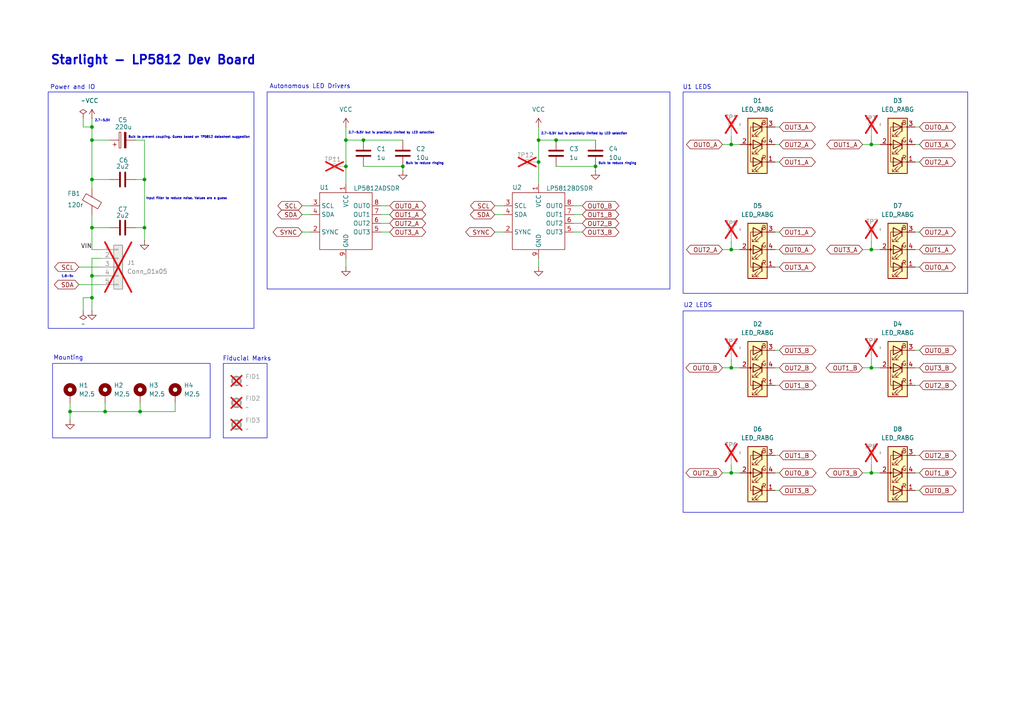
<source format=kicad_sch>
(kicad_sch (version 20231120) (generator "eeschema") (generator_version "8.0")
  (paper "A4")
  (title_block (title "Starlight - LP5812 Dev Board") (date "2024-03-19") (rev "1.0"))
  (lib_symbols
    (symbol "Connector:TestPoint" (pin_numbers hide) (pin_names (offset 0.762) hide)
      (property "Reference" "TP" (at 0 6.858 0))
      (property "Value" "TestPoint" (at 0 5.08 0))
      (symbol "TestPoint_0_1"
        (circle (center 0 3.302) (radius 0.762))
      )
      (symbol "TestPoint_1_1"
        (pin passive line (at 0 0 90) (length 2.54) (name "1") (number "1"))
      )
    )
    (symbol "Connector_Generic:Conn_01x05" (pin_names (offset 1.016) hide)
      (property "Reference" "J" (at 0 7.62 0))
      (property "Value" "Conn_01x05" (at 0 -7.62 0))
      (symbol "Conn_01x05_1_1"
        (rectangle (start -1.27 -4.953) (end 0 -5.207) (stroke (width 0.1524)))
        (rectangle (start -1.27 -2.413) (end 0 -2.667) (stroke (width 0.1524)))
        (rectangle (start -1.27 0.127) (end 0 -0.127) (stroke (width 0.1524)))
        (rectangle (start -1.27 2.667) (end 0 2.413) (stroke (width 0.1524)))
        (rectangle (start -1.27 5.207) (end 0 4.953) (stroke (width 0.1524)))
        (rectangle (start -1.27 6.35) (end 1.27 -6.35) (stroke (width 0.254)) (fill (type background)))
        (pin passive line (at -5.08 5.08 0) (length 3.81) (name "Pin_1") (number "1"))
        (pin passive line (at -5.08 2.54 0) (length 3.81) (name "Pin_2") (number "2"))
        (pin passive line (at -5.08 0 0) (length 3.81) (name "Pin_3") (number "3"))
        (pin passive line (at -5.08 -2.54 0) (length 3.81) (name "Pin_4") (number "4"))
        (pin passive line (at -5.08 -5.08 0) (length 3.81) (name "Pin_5") (number "5"))
      )
    )
    (symbol "Device:C" (pin_numbers hide) (pin_names (offset 0.254))
      (property "Reference" "C" (at 0.635 2.54 0))
      (property "Value" "C" (at 0.635 -2.54 0))
      (symbol "C_0_1"
        (polyline (pts (xy -2.032 -0.762) (xy 2.032 -0.762)) (stroke (width 0.508)))
        (polyline (pts (xy -2.032 0.762) (xy 2.032 0.762)) (stroke (width 0.508)))
      )
      (symbol "C_1_1"
        (pin passive line (at 0 3.81 270) (length 2.794) (name "~") (number "1"))
        (pin passive line (at 0 -3.81 90) (length 2.794) (name "~") (number "2"))
      )
    )
    (symbol "Device:C_Polarized" (pin_numbers hide) (pin_names (offset 0.254))
      (property "Reference" "C" (at 0.635 2.54 0))
      (property "Value" "C_Polarized" (at 0.635 -2.54 0))
      (symbol "C_Polarized_0_1"
        (rectangle (start -2.286 0.508) (end 2.286 1.016))
        (polyline (pts (xy -1.778 2.286) (xy -0.762 2.286)))
        (polyline (pts (xy -1.27 2.794) (xy -1.27 1.778)))
        (rectangle (start 2.286 -0.508) (end -2.286 -1.016) (fill (type outline)))
      )
      (symbol "C_Polarized_1_1"
        (pin passive line (at 0 3.81 270) (length 2.794) (name "~") (number "1"))
        (pin passive line (at 0 -3.81 90) (length 2.794) (name "~") (number "2"))
      )
    )
    (symbol "Device:FerriteBead" (pin_numbers hide) (pin_names (offset 0))
      (property "Reference" "FB" (at -3.81 0.635 90))
      (property "Value" "FerriteBead" (at 3.81 0 90))
      (symbol "FerriteBead_0_1"
        (polyline (pts (xy 0 -1.27) (xy 0 -1.2192)))
        (polyline (pts (xy 0 1.27) (xy 0 1.2954)))
        (polyline (pts (xy -2.7686 0.4064) (xy -1.7018 2.2606) (xy 2.7686 -0.3048) (xy 1.6764 -2.159) (xy -2.7686 0.4064)))
      )
      (symbol "FerriteBead_1_1"
        (pin passive line (at 0 3.81 270) (length 2.54) (name "~") (number "1"))
        (pin passive line (at 0 -3.81 90) (length 2.54) (name "~") (number "2"))
      )
    )
    (symbol "Device:LED_RABG" (pin_names (offset 0) hide)
      (property "Reference" "D" (at 0 9.398 0))
      (property "Value" "LED_RABG" (at 0 -8.89 0))
      (symbol "LED_RABG_0_0"
        (text "B" (at -1.905 -6.35 0) (effects (font (size 1.27 1.27))))
        (text "G" (at -1.905 -1.27 0) (effects (font (size 1.27 1.27))))
        (text "R" (at -1.905 3.81 0) (effects (font (size 1.27 1.27))))
      )
      (symbol "LED_RABG_0_1"
        (polyline (pts (xy -1.27 -5.08) (xy -2.54 -5.08)))
        (polyline (pts (xy -1.27 -5.08) (xy 1.27 -5.08)))
        (polyline (pts (xy -1.27 -3.81) (xy -1.27 -6.35)) (stroke (width 0.254)))
        (polyline (pts (xy -1.27 0) (xy -2.54 0)))
        (polyline (pts (xy -1.27 1.27) (xy -1.27 -1.27)) (stroke (width 0.254)))
        (polyline (pts (xy -1.27 5.08) (xy -2.54 5.08)))
        (polyline (pts (xy -1.27 5.08) (xy 1.27 5.08)))
        (polyline (pts (xy -1.27 6.35) (xy -1.27 3.81)) (stroke (width 0.254)))
        (polyline (pts (xy 1.27 0) (xy -1.27 0)))
        (polyline (pts (xy 1.27 0) (xy 2.54 0)))
        (polyline (pts (xy -1.27 1.27) (xy -1.27 -1.27) (xy -1.27 -1.27)))
        (polyline (pts (xy -1.27 6.35) (xy -1.27 3.81) (xy -1.27 3.81)))
        (polyline (pts (xy 1.27 -5.08) (xy 2.032 -5.08) (xy 2.032 5.08) (xy 1.27 5.08)))
        (polyline (pts (xy 1.27 -3.81) (xy 1.27 -6.35) (xy -1.27 -5.08) (xy 1.27 -3.81)) (stroke (width 0.254)))
        (polyline (pts (xy 1.27 1.27) (xy 1.27 -1.27) (xy -1.27 0) (xy 1.27 1.27)) (stroke (width 0.254)))
        (polyline (pts (xy 1.27 6.35) (xy 1.27 3.81) (xy -1.27 5.08) (xy 1.27 6.35)) (stroke (width 0.254)))
        (polyline (pts (xy -1.016 -3.81) (xy 0.508 -2.286) (xy -0.254 -2.286) (xy 0.508 -2.286) (xy 0.508 -3.048)))
        (polyline (pts (xy -1.016 1.27) (xy 0.508 2.794) (xy -0.254 2.794) (xy 0.508 2.794) (xy 0.508 2.032)))
        (polyline (pts (xy -1.016 6.35) (xy 0.508 7.874) (xy -0.254 7.874) (xy 0.508 7.874) (xy 0.508 7.112)))
        (polyline (pts (xy 0 -3.81) (xy 1.524 -2.286) (xy 0.762 -2.286) (xy 1.524 -2.286) (xy 1.524 -3.048)))
        (polyline (pts (xy 0 1.27) (xy 1.524 2.794) (xy 0.762 2.794) (xy 1.524 2.794) (xy 1.524 2.032)))
        (polyline (pts (xy 0 6.35) (xy 1.524 7.874) (xy 0.762 7.874) (xy 1.524 7.874) (xy 1.524 7.112)))
        (rectangle (start 1.27 -1.27) (end 1.27 1.27))
        (rectangle (start 1.27 1.27) (end 1.27 1.27))
        (rectangle (start 1.27 3.81) (end 1.27 6.35))
        (rectangle (start 1.27 6.35) (end 1.27 6.35))
        (circle (center 2.032 0) (radius 0.254) (fill (type outline)))
        (rectangle (start 2.794 8.382) (end -2.794 -7.62) (stroke (width 0.254)) (fill (type background)))
      )
      (symbol "LED_RABG_1_1"
        (pin passive line (at -5.08 5.08 0) (length 2.54) (name "RK") (number "1"))
        (pin passive line (at 5.08 0 180) (length 2.54) (name "A") (number "2"))
        (pin passive line (at -5.08 -5.08 0) (length 2.54) (name "BK") (number "3"))
        (pin passive line (at -5.08 0 0) (length 2.54) (name "GK") (number "4"))
      )
    )
    (symbol "LP5812:LP5812"
      (property "Reference" "U" (at 0.508 1.27 0))
      (symbol "LP5812_0_1"
        (rectangle (start 0 0) (end 15.24 -16.51))
      )
      (symbol "LP5812_1_1"
        (pin power_in line (at 7.62 2.54 270) (length 2.54) (name "VCC") (number "1"))
        (pin bidirectional line (at -2.54 -11.43 0) (length 2.54) (name "SYNC") (number "2"))
        (pin bidirectional line (at -2.54 -3.81 0) (length 2.54) (name "SCL") (number "3"))
        (pin bidirectional line (at -2.54 -6.35 0) (length 2.54) (name "SDA") (number "4"))
        (pin bidirectional line (at 17.78 -11.43 180) (length 2.54) (name "OUT3") (number "5"))
        (pin bidirectional line (at 17.78 -8.89 180) (length 2.54) (name "OUT2") (number "6"))
        (pin bidirectional line (at 17.78 -6.35 180) (length 2.54) (name "OUT1") (number "7"))
        (pin bidirectional line (at 17.78 -3.81 180) (length 2.54) (name "OUT0") (number "8"))
        (pin power_in line (at 7.62 -19.05 90) (length 2.54) (name "GND") (number "9"))
      )
    )
    (symbol "Mechanical:Fiducial" (exclude_from_sim yes) (in_bom no)
      (property "Reference" "FID" (at 0 5.08 0))
      (property "Value" "Fiducial" (at 0 3.175 0))
      (symbol "Fiducial_0_1"
        (circle (center 0 0) (radius 1.27) (stroke (width 0.508)) (fill (type background)))
      )
    )
    (symbol "Mechanical:MountingHole_Pad" (pin_numbers hide) (pin_names (offset 1.016) hide) (exclude_from_sim yes) (in_bom no)
      (property "Reference" "H" (at 0 6.35 0))
      (property "Value" "MountingHole_Pad" (at 0 4.445 0))
      (symbol "MountingHole_Pad_0_1"
        (circle (center 0 1.27) (radius 1.27) (stroke (width 1.27)))
      )
      (symbol "MountingHole_Pad_1_1"
        (pin input line (at 0 -2.54 90) (length 2.54) (name "1") (number "1"))
      )
    )
    (symbol "power:GND" (power) (pin_numbers hide) (pin_names (offset 0) hide)
      (property "Value" "GND" (at 0 -3.81 0))
      (symbol "GND_0_1"
        (polyline (pts (xy 0 0) (xy 0 -1.27) (xy 1.27 -1.27) (xy 0 -2.54) (xy -1.27 -1.27) (xy 0 -1.27)))
      )
      (symbol "GND_1_1"
        (pin power_in line (at 0 0 270) (length 0) (name "~") (number "1"))
      )
    )
    (symbol "power:PWR_FLAG" (power) (pin_numbers hide) (pin_names (offset 0) hide)
      (property "Value" "PWR_FLAG" (at 0 3.81 0))
      (symbol "PWR_FLAG_0_0"
        (pin power_out line (at 0 0 90) (length 0) (name "~") (number "1"))
      )
      (symbol "PWR_FLAG_0_1"
        (polyline (pts (xy 0 0) (xy 0 1.27) (xy -1.016 1.905) (xy 0 2.54) (xy 1.016 1.905) (xy 0 1.27)))
      )
    )
    (symbol "power:VCC" (power) (pin_numbers hide) (pin_names (offset 0) hide)
      (property "Value" "VCC" (at 0 3.556 0))
      (symbol "VCC_0_1"
        (polyline (pts (xy -0.762 1.27) (xy 0 2.54)))
        (polyline (pts (xy 0 0) (xy 0 2.54)))
        (polyline (pts (xy 0 2.54) (xy 0.762 1.27)))
      )
      (symbol "VCC_1_1"
        (pin power_in line (at 0 0 90) (length 0) (name "~") (number "1"))
      )
    )
  )
  (junction (at 252.73 137.16))
  (junction (at 252.73 41.91))
  (junction (at 26.67 36.83))
  (junction (at 41.91 52.07))
  (junction (at 41.91 66.04))
  (junction (at 100.33 48.26))
  (junction (at 252.73 106.68))
  (junction (at 156.21 40.64))
  (junction (at 40.64 119.38))
  (junction (at 116.84 48.26))
  (junction (at 212.09 41.91))
  (junction (at 105.41 40.64))
  (junction (at 156.21 46.99))
  (junction (at 161.29 40.64))
  (junction (at 26.67 66.04))
  (junction (at 212.09 72.39))
  (junction (at 30.48 119.38))
  (junction (at 100.33 40.64))
  (junction (at 172.72 48.26))
  (junction (at 26.67 40.64))
  (junction (at 26.67 52.07))
  (junction (at 26.67 86.36))
  (junction (at 20.32 119.38))
  (junction (at 252.73 72.39))
  (junction (at 26.67 80.01))
  (junction (at 212.09 106.68))
  (junction (at 212.09 137.16))
  (wire (pts (xy 87.63 62.23) (xy 90.17 62.23)))
  (wire (pts (xy 24.13 86.36) (xy 26.67 86.36)))
  (wire (pts (xy 252.73 137.16) (xy 250.19 137.16)))
  (wire (pts (xy 250.19 72.39) (xy 252.73 72.39)))
  (wire (pts (xy 209.55 106.68) (xy 212.09 106.68)))
  (wire (pts (xy 26.67 86.36) (xy 26.67 90.17)))
  (wire (pts (xy 209.55 72.39) (xy 212.09 72.39)))
  (wire (pts (xy 224.79 41.91) (xy 226.06 41.91)))
  (wire (pts (xy 252.73 137.16) (xy 252.73 134.62)))
  (wire (pts (xy 41.91 52.07) (xy 41.91 66.04)))
  (wire (pts (xy 250.19 41.91) (xy 252.73 41.91)))
  (wire (pts (xy 224.79 67.31) (xy 226.06 67.31)))
  (wire (pts (xy 172.72 48.26) (xy 172.72 49.53)))
  (wire (pts (xy 224.79 106.68) (xy 226.06 106.68)))
  (wire (pts (xy 20.32 116.84) (xy 20.32 119.38)))
  (wire (pts (xy 224.79 111.76) (xy 226.06 111.76)))
  (wire (pts (xy 100.33 36.83) (xy 100.33 40.64)))
  (wire (pts (xy 252.73 137.16) (xy 255.27 137.16)))
  (wire (pts (xy 156.21 74.93) (xy 156.21 77.47)))
  (wire (pts (xy 265.43 36.83) (xy 266.7 36.83)))
  (wire (pts (xy 110.49 64.77) (xy 113.03 64.77)))
  (wire (pts (xy 26.67 40.64) (xy 31.75 40.64)))
  (wire (pts (xy 212.09 72.39) (xy 214.63 72.39)))
  (wire (pts (xy 265.43 142.24) (xy 266.7 142.24)))
  (wire (pts (xy 110.49 62.23) (xy 113.03 62.23)))
  (wire (pts (xy 265.43 137.16) (xy 266.7 137.16)))
  (wire (pts (xy 100.33 53.34) (xy 100.33 48.26)))
  (wire (pts (xy 265.43 72.39) (xy 266.7 72.39)))
  (wire (pts (xy 224.79 77.47) (xy 226.06 77.47)))
  (wire (pts (xy 143.51 67.31) (xy 146.05 67.31)))
  (wire (pts (xy 212.09 41.91) (xy 214.63 41.91)))
  (wire (pts (xy 20.32 119.38) (xy 20.32 121.92)))
  (wire (pts (xy 26.67 62.23) (xy 26.67 66.04)))
  (wire (pts (xy 26.67 34.29) (xy 26.67 36.83)))
  (wire (pts (xy 224.79 72.39) (xy 226.06 72.39)))
  (wire (pts (xy 166.37 64.77) (xy 168.91 64.77)))
  (wire (pts (xy 265.43 46.99) (xy 266.7 46.99)))
  (wire (pts (xy 265.43 67.31) (xy 266.7 67.31)))
  (wire (pts (xy 265.43 77.47) (xy 266.7 77.47)))
  (wire (pts (xy 156.21 36.83) (xy 156.21 40.64)))
  (wire (pts (xy 22.86 77.47) (xy 29.21 77.47)))
  (wire (pts (xy 212.09 106.68) (xy 212.09 104.14)))
  (wire (pts (xy 26.67 72.39) (xy 29.21 72.39)))
  (wire (pts (xy 224.79 36.83) (xy 226.06 36.83)))
  (wire (pts (xy 50.8 116.84) (xy 50.8 119.38)))
  (wire (pts (xy 224.79 137.16) (xy 226.06 137.16)))
  (wire (pts (xy 30.48 119.38) (xy 20.32 119.38)))
  (wire (pts (xy 212.09 137.16) (xy 212.09 134.62)))
  (wire (pts (xy 26.67 80.01) (xy 26.67 86.36)))
  (wire (pts (xy 22.86 82.55) (xy 29.21 82.55)))
  (wire (pts (xy 41.91 66.04) (xy 41.91 69.85)))
  (wire (pts (xy 26.67 66.04) (xy 26.67 72.39)))
  (wire (pts (xy 100.33 40.64) (xy 105.41 40.64)))
  (wire (pts (xy 105.41 48.26) (xy 116.84 48.26)))
  (wire (pts (xy 29.21 80.01) (xy 26.67 80.01)))
  (wire (pts (xy 156.21 46.99) (xy 156.21 40.64)))
  (wire (pts (xy 26.67 40.64) (xy 26.67 52.07)))
  (wire (pts (xy 110.49 67.31) (xy 113.03 67.31)))
  (wire (pts (xy 209.55 41.91) (xy 212.09 41.91)))
  (wire (pts (xy 29.21 74.93) (xy 26.67 74.93)))
  (wire (pts (xy 24.13 34.29) (xy 24.13 36.83)))
  (wire (pts (xy 265.43 101.6) (xy 266.7 101.6)))
  (wire (pts (xy 209.55 137.16) (xy 212.09 137.16)))
  (wire (pts (xy 39.37 40.64) (xy 41.91 40.64)))
  (wire (pts (xy 87.63 59.69) (xy 90.17 59.69)))
  (wire (pts (xy 110.49 59.69) (xy 113.03 59.69)))
  (wire (pts (xy 24.13 86.36) (xy 24.13 90.17)))
  (wire (pts (xy 26.67 52.07) (xy 31.75 52.07)))
  (wire (pts (xy 212.09 137.16) (xy 214.63 137.16)))
  (wire (pts (xy 265.43 41.91) (xy 266.7 41.91)))
  (wire (pts (xy 265.43 132.08) (xy 266.7 132.08)))
  (wire (pts (xy 143.51 62.23) (xy 146.05 62.23)))
  (wire (pts (xy 212.09 72.39) (xy 212.09 69.85)))
  (wire (pts (xy 161.29 40.64) (xy 172.72 40.64)))
  (wire (pts (xy 252.73 72.39) (xy 255.27 72.39)))
  (wire (pts (xy 39.37 66.04) (xy 41.91 66.04)))
  (wire (pts (xy 41.91 40.64) (xy 41.91 52.07)))
  (wire (pts (xy 143.51 59.69) (xy 146.05 59.69)))
  (wire (pts (xy 100.33 74.93) (xy 100.33 77.47)))
  (wire (pts (xy 166.37 67.31) (xy 168.91 67.31)))
  (wire (pts (xy 40.64 119.38) (xy 30.48 119.38)))
  (wire (pts (xy 40.64 116.84) (xy 40.64 119.38)))
  (wire (pts (xy 224.79 132.08) (xy 226.06 132.08)))
  (wire (pts (xy 24.13 36.83) (xy 26.67 36.83)))
  (wire (pts (xy 252.73 106.68) (xy 255.27 106.68)))
  (wire (pts (xy 39.37 52.07) (xy 41.91 52.07)))
  (wire (pts (xy 105.41 40.64) (xy 116.84 40.64)))
  (wire (pts (xy 252.73 41.91) (xy 255.27 41.91)))
  (wire (pts (xy 26.67 36.83) (xy 26.67 40.64)))
  (wire (pts (xy 26.67 66.04) (xy 31.75 66.04)))
  (wire (pts (xy 212.09 39.37) (xy 212.09 41.91)))
  (wire (pts (xy 212.09 106.68) (xy 214.63 106.68)))
  (wire (pts (xy 224.79 101.6) (xy 226.06 101.6)))
  (wire (pts (xy 252.73 41.91) (xy 252.73 39.37)))
  (wire (pts (xy 166.37 59.69) (xy 168.91 59.69)))
  (wire (pts (xy 224.79 46.99) (xy 226.06 46.99)))
  (wire (pts (xy 156.21 53.34) (xy 156.21 46.99)))
  (wire (pts (xy 250.19 106.68) (xy 252.73 106.68)))
  (wire (pts (xy 116.84 48.26) (xy 116.84 49.53)))
  (wire (pts (xy 100.33 48.26) (xy 100.33 40.64)))
  (wire (pts (xy 166.37 62.23) (xy 168.91 62.23)))
  (wire (pts (xy 252.73 69.85) (xy 252.73 72.39)))
  (wire (pts (xy 224.79 142.24) (xy 226.06 142.24)))
  (wire (pts (xy 161.29 48.26) (xy 172.72 48.26)))
  (wire (pts (xy 252.73 106.68) (xy 252.73 104.14)))
  (wire (pts (xy 30.48 116.84) (xy 30.48 119.38)))
  (wire (pts (xy 50.8 119.38) (xy 40.64 119.38)))
  (wire (pts (xy 87.63 67.31) (xy 90.17 67.31)))
  (wire (pts (xy 26.67 52.07) (xy 26.67 54.61)))
  (wire (pts (xy 265.43 106.68) (xy 266.7 106.68)))
  (wire (pts (xy 156.21 40.64) (xy 161.29 40.64)))
  (wire (pts (xy 26.67 74.93) (xy 26.67 80.01)))
  (wire (pts (xy 265.43 111.76) (xy 266.7 111.76)))
  (rectangle (start 77.47 26.67) (end 194.31 83.82))
  (rectangle (start 15.24 105.41) (end 60.96 127))
  (rectangle (start 198.12 26.67) (end 280.67 85.09))
  (rectangle (start 13.97 26.67) (end 73.66 95.25))
  (rectangle (start 198.12 90.17) (end 279.4 148.59))
  (rectangle (start 64.77 105.41) (end 77.47 127))
  (text "Bulk to reduce ringing" (at 179.07 47.498 0) (effects (font (size 0.635 0.635))))
  (text "Input filter to reduce noise. Values are a guess" (at 54.102 57.658 0) (effects (font (size 0.635 0.635))))
  (text "Bulk to prevent coupling. Guess based on TP5812 datasheet suggestion" (at 54.864 39.878 0) (effects (font (size 0.635 0.635))))
  (text "1.8-5v" (at 19.558 80.264 0) (effects (font (size 0.635 0.635))))
  (text "Bulk to reduce ringing" (at 123.19 47.498 0) (effects (font (size 0.635 0.635))))
  (text "Starlight - LP5812 Dev Board" (at 44.45 17.526 0) (effects (font (size 2.54 2.54) (bold yes))))
  (text "Fiducial Marks" (at 71.628 104.14 0) (effects (font (size 1.27 1.27))))
  (text "2.7-5.5V" (at 29.718 35.052 0) (effects (font (size 0.635 0.635))))
  (text "U2 LEDS" (at 202.438 88.646 0) (effects (font (size 1.27 1.27))))
  (text "Autonomous LED Drivers" (at 89.916 25.146 0) (effects (font (size 1.27 1.27))))
  (text "Mounting" (at 19.812 103.886 0) (effects (font (size 1.27 1.27))))
  (text "Power and IO" (at 21.082 25.4 0) (effects (font (size 1.27 1.27))))
  (text "2.7-5.5V but is practially limited by LED selection" (at 113.538 38.608 0) (effects (font (size 0.635 0.635))))
  (text "U1 LEDS" (at 202.184 25.4 0) (effects (font (size 1.27 1.27))))
  (text "2.7-5.5V but is practially limited by LED selection" (at 169.418 38.862 0) (effects (font (size 0.635 0.635))))
  (label "VIN" (at 26.67 72.39 180))
  (global_label "OUT2_B" (shape bidirectional) (at 266.7 111.76 0) (property "Intersheetrefs" "${INTERSHEET_REFS}" (effects (hide yes))))
  (global_label "OUT1_B" (shape bidirectional) (at 266.7 137.16 0) (property "Intersheetrefs" "${INTERSHEET_REFS}" (effects (hide yes))))
  (global_label "OUT1_A" (shape bidirectional) (at 226.06 67.31 0) (property "Intersheetrefs" "${INTERSHEET_REFS}" (effects (hide yes))))
  (global_label "SCL" (shape bidirectional) (at 22.86 77.47 180) (property "Intersheetrefs" "${INTERSHEET_REFS}" (effects (hide yes))))
  (global_label "OUT3_B" (shape bidirectional) (at 226.06 101.6 0) (property "Intersheetrefs" "${INTERSHEET_REFS}" (effects (hide yes))))
  (global_label "OUT3_A" (shape bidirectional) (at 226.06 77.47 0) (property "Intersheetrefs" "${INTERSHEET_REFS}" (effects (hide yes))))
  (global_label "SCL" (shape bidirectional) (at 87.63 59.69 180) (property "Intersheetrefs" "${INTERSHEET_REFS}" (effects (hide yes))))
  (global_label "OUT0_B" (shape bidirectional) (at 226.06 137.16 0) (property "Intersheetrefs" "${INTERSHEET_REFS}" (effects (hide yes))))
  (global_label "OUT2_A" (shape bidirectional) (at 266.7 46.99 0) (property "Intersheetrefs" "${INTERSHEET_REFS}" (effects (hide yes))))
  (global_label "OUT2_B" (shape bidirectional) (at 266.7 132.08 0) (property "Intersheetrefs" "${INTERSHEET_REFS}" (effects (hide yes))))
  (global_label "OUT0_A" (shape bidirectional) (at 113.03 59.69 0) (property "Intersheetrefs" "${INTERSHEET_REFS}" (effects (hide yes))))
  (global_label "OUT3_A" (shape bidirectional) (at 226.06 36.83 0) (property "Intersheetrefs" "${INTERSHEET_REFS}" (effects (hide yes))))
  (global_label "OUT0_B" (shape bidirectional) (at 266.7 142.24 0) (property "Intersheetrefs" "${INTERSHEET_REFS}" (effects (hide yes))))
  (global_label "OUT3_B" (shape bidirectional) (at 226.06 142.24 0) (property "Intersheetrefs" "${INTERSHEET_REFS}" (effects (hide yes))))
  (global_label "OUT3_A" (shape bidirectional) (at 113.03 67.31 0) (property "Intersheetrefs" "${INTERSHEET_REFS}" (effects (hide yes))))
  (global_label "OUT2_B" (shape bidirectional) (at 168.91 64.77 0) (property "Intersheetrefs" "${INTERSHEET_REFS}" (effects (hide yes))))
  (global_label "OUT1_A" (shape bidirectional) (at 113.03 62.23 0) (property "Intersheetrefs" "${INTERSHEET_REFS}" (effects (hide yes))))
  (global_label "OUT1_A" (shape bidirectional) (at 250.19 41.91 180) (property "Intersheetrefs" "${INTERSHEET_REFS}" (effects (hide yes))))
  (global_label "OUT0_B" (shape bidirectional) (at 209.55 106.68 180) (property "Intersheetrefs" "${INTERSHEET_REFS}" (effects (hide yes))))
  (global_label "OUT0_A" (shape bidirectional) (at 226.06 72.39 0) (property "Intersheetrefs" "${INTERSHEET_REFS}" (effects (hide yes))))
  (global_label "OUT0_A" (shape bidirectional) (at 266.7 77.47 0) (property "Intersheetrefs" "${INTERSHEET_REFS}" (effects (hide yes))))
  (global_label "SDA" (shape bidirectional) (at 143.51 62.23 180) (property "Intersheetrefs" "${INTERSHEET_REFS}" (effects (hide yes))))
  (global_label "SCL" (shape bidirectional) (at 143.51 59.69 180) (property "Intersheetrefs" "${INTERSHEET_REFS}" (effects (hide yes))))
  (global_label "OUT1_A" (shape bidirectional) (at 226.06 46.99 0) (property "Intersheetrefs" "${INTERSHEET_REFS}" (effects (hide yes))))
  (global_label "OUT2_A" (shape bidirectional) (at 266.7 67.31 0) (property "Intersheetrefs" "${INTERSHEET_REFS}" (effects (hide yes))))
  (global_label "SYNC" (shape bidirectional) (at 87.63 67.31 180) (property "Intersheetrefs" "${INTERSHEET_REFS}" (effects (hide yes))))
  (global_label "OUT0_B" (shape bidirectional) (at 168.91 59.69 0) (property "Intersheetrefs" "${INTERSHEET_REFS}" (effects (hide yes))))
  (global_label "OUT3_B" (shape bidirectional) (at 266.7 106.68 0) (property "Intersheetrefs" "${INTERSHEET_REFS}" (effects (hide yes))))
  (global_label "SDA" (shape bidirectional) (at 87.63 62.23 180) (property "Intersheetrefs" "${INTERSHEET_REFS}" (effects (hide yes))))
  (global_label "OUT1_B" (shape bidirectional) (at 168.91 62.23 0) (property "Intersheetrefs" "${INTERSHEET_REFS}" (effects (hide yes))))
  (global_label "OUT3_B" (shape bidirectional) (at 250.19 137.16 180) (property "Intersheetrefs" "${INTERSHEET_REFS}" (effects (hide yes))))
  (global_label "OUT1_B" (shape bidirectional) (at 250.19 106.68 180) (property "Intersheetrefs" "${INTERSHEET_REFS}" (effects (hide yes))))
  (global_label "OUT3_A" (shape bidirectional) (at 266.7 41.91 0) (property "Intersheetrefs" "${INTERSHEET_REFS}" (effects (hide yes))))
  (global_label "SDA" (shape bidirectional) (at 22.86 82.55 180) (property "Intersheetrefs" "${INTERSHEET_REFS}" (effects (hide yes))))
  (global_label "OUT2_B" (shape bidirectional) (at 209.55 137.16 180) (property "Intersheetrefs" "${INTERSHEET_REFS}" (effects (hide yes))))
  (global_label "OUT2_A" (shape bidirectional) (at 113.03 64.77 0) (property "Intersheetrefs" "${INTERSHEET_REFS}" (effects (hide yes))))
  (global_label "OUT0_B" (shape bidirectional) (at 266.7 101.6 0) (property "Intersheetrefs" "${INTERSHEET_REFS}" (effects (hide yes))))
  (global_label "OUT0_A" (shape bidirectional) (at 209.55 41.91 180) (property "Intersheetrefs" "${INTERSHEET_REFS}" (effects (hide yes))))
  (global_label "OUT2_A" (shape bidirectional) (at 226.06 41.91 0) (property "Intersheetrefs" "${INTERSHEET_REFS}" (effects (hide yes))))
  (global_label "OUT2_A" (shape bidirectional) (at 209.55 72.39 180) (property "Intersheetrefs" "${INTERSHEET_REFS}" (effects (hide yes))))
  (global_label "OUT3_A" (shape bidirectional) (at 250.19 72.39 180) (property "Intersheetrefs" "${INTERSHEET_REFS}" (effects (hide yes))))
  (global_label "OUT2_B" (shape bidirectional) (at 226.06 106.68 0) (property "Intersheetrefs" "${INTERSHEET_REFS}" (effects (hide yes))))
  (global_label "OUT3_B" (shape bidirectional) (at 168.91 67.31 0) (property "Intersheetrefs" "${INTERSHEET_REFS}" (effects (hide yes))))
  (global_label "SYNC" (shape bidirectional) (at 143.51 67.31 180) (property "Intersheetrefs" "${INTERSHEET_REFS}" (effects (hide yes))))
  (global_label "OUT1_A" (shape bidirectional) (at 266.7 72.39 0) (property "Intersheetrefs" "${INTERSHEET_REFS}" (effects (hide yes))))
  (global_label "OUT0_A" (shape bidirectional) (at 266.7 36.83 0) (property "Intersheetrefs" "${INTERSHEET_REFS}" (effects (hide yes))))
  (global_label "OUT1_B" (shape bidirectional) (at 226.06 111.76 0) (property "Intersheetrefs" "${INTERSHEET_REFS}" (effects (hide yes))))
  (global_label "OUT1_B" (shape bidirectional) (at 226.06 132.08 0) (property "Intersheetrefs" "${INTERSHEET_REFS}" (effects (hide yes))))
  (symbol (lib_id "power:VCC") (at 26.67 34.29 0) (unit 1)
    (property "Reference" "#PWR07" (effects (hide yes)))
    (property "Value" "VCC" (at 26.67 29.21 0))
    (property "Description" "Power symbol creates a global label with name \"VCC\"" (effects (hide yes)))
  )
  (symbol (lib_id "Connector:TestPoint") (at 252.73 134.62 0) (unit 1) (dnp yes)
    (property "Reference" "TP8" (at 252.476 129.54 0))
    (property "Value" "~" (at 255.27 131.318 90))
    (property "Footprint" "TestPoint:TestPoint_Pad_D1.5mm" (effects (hide yes)))
    (property "Description" "test point" (effects (hide yes)))
  )
  (symbol (lib_id "Device:LED_RABG") (at 260.35 72.39 180) (unit 1)
    (property "Reference" "D7" (at 260.35 59.69 0))
    (property "Value" "LED_RABG" (at 260.35 62.23 0))
    (property "Footprint" "CLVBA-FKA-CAEDH8BBB7A363:CLVBAFKACAEDH8BBB7A363" (effects (hide yes)))
    (property "Datasheet" "https://www.mouser.com/datasheet/2/723/CLVBAFKA-2511032.pdf" (effects (hide yes)))
    (property "Description" "RGB LED, red/anode/blue/green" (effects (hide yes)))
    (property "Mouser Price/Stock" "https://www.mouser.com/ProductDetail/Cree-LED/CLVBA-FKA-CAEDH8BBB7a363?qs=3AcK5DacLboXYkg4biCgSA%3D%3D" (effects (hide yes)))
  )
  (symbol (lib_id "Device:C") (at 172.72 44.45 0) (unit 1)
    (property "Reference" "C4" (at 176.53 43.1799 0) (effects (justify left)))
    (property "Value" "10u" (at 176.53 45.7199 0) (effects (justify left)))
    (property "Footprint" "Capacitor_SMD:C_0805_2012Metric" (effects (hide yes)))
    (property "Datasheet" "https://www.mouser.com/datasheet/2/585/MLCC-1837944.pdf" (effects (hide yes)))
    (property "Description" "Unpolarized capacitor" (effects (hide yes)))
    (property "Mouser Price/Stock" "https://www.mouser.com/ProductDetail/Samsung-Electro-Mechanics/CL21A106KOQNNNE?qs=sGAEpiMZZMs7ZEmUmaUL0zYKGA%2FRCt7uSHxBFJEYiDg%3D" (effects (hide yes)))
  )
  (symbol (lib_id "Device:C_Polarized") (at 35.56 40.64 90) (unit 1)
    (property "Reference" "C5" (at 35.56 34.798 90))
    (property "Value" "220u" (at 35.814 36.83 90))
    (property "Footprint" "Capacitor_SMD:C_Elec_6.3x7.7" (effects (hide yes)))
    (property "Datasheet" "https://www.mouser.com/datasheet/2/231/161587300510-2307174.pdf" (effects (hide yes)))
    (property "Description" "Polarized capacitor" (effects (hide yes)))
    (property "Mouser Price/Stock" "https://www.mouser.com/ProductDetail/Lelon/VZL221M1CTR-0607?qs=sGAEpiMZZMsh%252B1woXyUXjzRu9w46NtHrD%252BR3Ksf7L04%3D" (effects (hide yes)))
  )
  (symbol (lib_id "Device:C") (at 35.56 66.04 90) (unit 1)
    (property "Reference" "C7" (at 35.56 60.706 90))
    (property "Value" "2u2" (at 35.56 62.484 90))
    (property "Footprint" "Capacitor_SMD:C_0603_1608Metric" (effects (hide yes)))
    (property "Datasheet" "https://www.mouser.com/datasheet/2/585/MLCC-1837944.pdf" (effects (hide yes)))
    (property "Description" "Unpolarized capacitor" (effects (hide yes)))
    (property "Mouser Price/Stock" "https://www.mouser.com/ProductDetail/Samsung-Electro-Mechanics/CL10A225KO8NNWC?qs=sGAEpiMZZMs7ZEmUmaUL06CpSeepzGk6qcGGNzthohc%3D" (effects (hide yes)))
  )
  (symbol (lib_id "Device:C") (at 161.29 44.45 0) (unit 1)
    (property "Reference" "C3" (at 165.1 43.1799 0) (effects (justify left)))
    (property "Value" "1u" (at 165.1 45.7199 0) (effects (justify left)))
    (property "Footprint" "Capacitor_SMD:C_0603_1608Metric" (effects (hide yes)))
    (property "Datasheet" "https://www.mouser.com/datasheet/2/585/MLCC-1837944.pdf" (effects (hide yes)))
    (property "Description" "Unpolarized capacitor" (effects (hide yes)))
    (property "Mouser Price/Stock" "https://www.mouser.com/ProductDetail/Samsung-Electro-Mechanics/CL10A105KA8NFNC?qs=sGAEpiMZZMs7ZEmUmaUL03JOSOi7G3a33IukGOZ1TLMPCcCboN0kIg%3D%3D" (effects (hide yes)))
  )
  (symbol (lib_id "Connector:TestPoint") (at 252.73 104.14 0) (unit 1) (dnp yes)
    (property "Reference" "TP4" (at 252.73 98.806 0))
    (property "Value" "~" (at 255.27 100.838 90))
    (property "Footprint" "TestPoint:TestPoint_Pad_D1.5mm" (effects (hide yes)))
    (property "Description" "test point" (effects (hide yes)))
  )
  (symbol (lib_id "power:PWR_FLAG") (at 24.13 34.29 0) (unit 1)
    (property "Reference" "#FLG01" (effects (hide yes)))
    (property "Value" "~" (at 24.13 29.21 0))
    (property "Description" "Special symbol for telling ERC where power comes from" (effects (hide yes)))
  )
  (symbol (lib_id "Mechanical:Fiducial") (at 68.58 123.19 0) (unit 1) (exclude_from_sim yes) (in_bom no) (dnp yes)
    (property "Reference" "FID3" (at 71.12 121.9199 0) (effects (justify left)))
    (property "Value" "~" (at 71.12 124.4599 0) (effects (justify left)))
    (property "Footprint" "Fiducial:Fiducial_1mm_Mask3mm" (effects (hide yes)))
    (property "Description" "Fiducial Marker" (effects (hide yes)))
  )
  (symbol (lib_id "Mechanical:Fiducial") (at 68.58 110.49 0) (unit 1) (exclude_from_sim yes) (in_bom no) (dnp yes)
    (property "Reference" "FID1" (at 71.12 109.2199 0) (effects (justify left)))
    (property "Value" "~" (at 71.12 111.7599 0) (effects (justify left)))
    (property "Footprint" "Fiducial:Fiducial_1mm_Mask3mm" (effects (hide yes)))
    (property "Description" "Fiducial Marker" (effects (hide yes)))
  )
  (symbol (lib_id "Device:C") (at 116.84 44.45 0) (unit 1)
    (property "Reference" "C2" (at 120.65 43.1799 0) (effects (justify left)))
    (property "Value" "10u" (at 120.65 45.7199 0) (effects (justify left)))
    (property "Footprint" "Capacitor_SMD:C_0805_2012Metric" (effects (hide yes)))
    (property "Datasheet" "https://www.mouser.com/datasheet/2/585/MLCC-1837944.pdf" (effects (hide yes)))
    (property "Description" "Unpolarized capacitor" (effects (hide yes)))
    (property "Mouser Price/Stock" "https://www.mouser.com/ProductDetail/Samsung-Electro-Mechanics/CL21A106KOQNNNE?qs=sGAEpiMZZMs7ZEmUmaUL0zYKGA%2FRCt7uSHxBFJEYiDg%3D" (effects (hide yes)))
  )
  (symbol (lib_id "Connector:TestPoint") (at 212.09 134.62 0) (unit 1) (dnp yes)
    (property "Reference" "TP6" (at 212.09 129.032 0))
    (property "Value" "~" (at 214.63 131.318 90))
    (property "Footprint" "TestPoint:TestPoint_Pad_D1.5mm" (effects (hide yes)))
    (property "Description" "test point" (effects (hide yes)))
  )
  (symbol (lib_id "Mechanical:MountingHole_Pad") (at 40.64 114.3 0) (unit 1) (exclude_from_sim yes) (in_bom no)
    (property "Reference" "H3" (at 43.18 111.7599 0) (effects (justify left)))
    (property "Value" "M2.5" (at 43.18 114.2999 0) (effects (justify left)))
    (property "Footprint" "MountingHole:MountingHole_2.7mm_M2.5_Pad" (effects (hide yes)))
    (property "Description" "Mounting Hole with connection" (effects (hide yes)))
  )
  (symbol (lib_id "power:GND") (at 172.72 49.53 0) (unit 1)
    (property "Reference" "#PWR04" (effects (hide yes)))
    (property "Value" "GND" (effects (hide yes)))
    (property "Description" "Power symbol creates a global label with name \"GND\" , ground" (effects (hide yes)))
  )
  (symbol (lib_id "Mechanical:MountingHole_Pad") (at 20.32 114.3 0) (unit 1) (exclude_from_sim yes) (in_bom no)
    (property "Reference" "H1" (at 22.86 111.7599 0) (effects (justify left)))
    (property "Value" "M2.5" (at 22.86 114.2999 0) (effects (justify left)))
    (property "Footprint" "MountingHole:MountingHole_2.7mm_M2.5_Pad" (effects (hide yes)))
    (property "Description" "Mounting Hole with connection" (effects (hide yes)))
  )
  (symbol (lib_id "Connector:TestPoint") (at 252.73 69.85 0) (unit 1) (dnp yes)
    (property "Reference" "TP7" (at 252.984 64.262 0))
    (property "Value" "~" (at 255.27 66.548 90))
    (property "Footprint" "TestPoint:TestPoint_Pad_D1.5mm" (effects (hide yes)))
    (property "Description" "test point" (effects (hide yes)))
  )
  (symbol (lib_id "Connector_Generic:Conn_01x05") (at 34.29 77.47 0) (unit 1) (dnp yes)
    (property "Reference" "J1" (at 36.83 76.1999 0) (effects (justify left)))
    (property "Value" "Conn_01x05" (at 36.83 78.7399 0) (effects (justify left)))
    (property "Footprint" "Connector_PinHeader_2.54mm:PinHeader_1x05_P2.54mm_Vertical" (effects (hide yes)))
    (property "Description" "Generic connector, single row, 01x05, script generated (kicad-library-utils/schlib/autogen/connector/)" (effects (hide yes)))
  )
  (symbol (lib_id "power:PWR_FLAG") (at 24.13 90.17 180) (unit 1)
    (property "Reference" "#FLG02" (effects (hide yes)))
    (property "Value" "~" (at 24.13 93.98 0))
    (property "Description" "Special symbol for telling ERC where power comes from" (effects (hide yes)))
  )
  (symbol (lib_id "Connector:TestPoint") (at 156.21 46.99 90) (unit 1) (dnp yes)
    (property "Reference" "TP12" (at 152.4 44.958 90))
    (property "Value" "~" (at 152.908 44.45 90))
    (property "Footprint" "TestPoint:TestPoint_Pad_D1.5mm" (effects (hide yes)))
    (property "Description" "test point" (effects (hide yes)))
  )
  (symbol (lib_id "Device:C") (at 35.56 52.07 90) (unit 1)
    (property "Reference" "C6" (at 35.814 46.482 90))
    (property "Value" "2u2" (at 35.56 48.26 90))
    (property "Footprint" "Capacitor_SMD:C_0603_1608Metric" (effects (hide yes)))
    (property "Datasheet" "https://www.mouser.com/datasheet/2/585/MLCC-1837944.pdf" (effects (hide yes)))
    (property "Description" "Unpolarized capacitor" (effects (hide yes)))
    (property "Mouser Price/Stock" "https://www.mouser.com/ProductDetail/Samsung-Electro-Mechanics/CL10A225KO8NNWC?qs=sGAEpiMZZMs7ZEmUmaUL06CpSeepzGk6qcGGNzthohc%3D" (effects (hide yes)))
  )
  (symbol (lib_id "Mechanical:MountingHole_Pad") (at 30.48 114.3 0) (unit 1) (exclude_from_sim yes) (in_bom no)
    (property "Reference" "H2" (at 33.02 111.7599 0) (effects (justify left)))
    (property "Value" "M2.5" (at 33.02 114.2999 0) (effects (justify left)))
    (property "Footprint" "MountingHole:MountingHole_2.7mm_M2.5_Pad" (effects (hide yes)))
    (property "Description" "Mounting Hole with connection" (effects (hide yes)))
  )
  (symbol (lib_id "Device:LED_RABG") (at 260.35 106.68 180) (unit 1)
    (property "Reference" "D4" (at 260.35 93.98 0))
    (property "Value" "LED_RABG" (at 260.35 96.52 0))
    (property "Footprint" "CLVBA-FKA-CAEDH8BBB7A363:CLVBAFKACAEDH8BBB7A363" (effects (hide yes)))
    (property "Datasheet" "https://www.mouser.com/datasheet/2/723/CLVBAFKA-2511032.pdf" (effects (hide yes)))
    (property "Description" "RGB LED, red/anode/blue/green" (effects (hide yes)))
    (property "Mouser Price/Stock" "https://www.mouser.com/ProductDetail/Cree-LED/CLVBA-FKA-CAEDH8BBB7a363?qs=3AcK5DacLboXYkg4biCgSA%3D%3D" (effects (hide yes)))
  )
  (symbol (lib_id "Connector:TestPoint") (at 212.09 104.14 0) (unit 1) (dnp yes)
    (property "Reference" "TP2" (at 212.09 99.06 0))
    (property "Value" "~" (at 214.63 100.838 90))
    (property "Footprint" "TestPoint:TestPoint_Pad_D1.5mm" (effects (hide yes)))
    (property "Description" "test point" (effects (hide yes)))
  )
  (symbol (lib_id "Connector:TestPoint") (at 100.33 48.26 90) (unit 1) (dnp yes)
    (property "Reference" "TP11" (at 96.52 46.228 90))
    (property "Value" "~" (at 97.028 45.72 90))
    (property "Footprint" "TestPoint:TestPoint_Pad_D1.5mm" (effects (hide yes)))
    (property "Description" "test point" (effects (hide yes)))
  )
  (symbol (lib_id "Connector:TestPoint") (at 212.09 69.85 0) (unit 1) (dnp yes)
    (property "Reference" "TP5" (at 212.09 64.77 0))
    (property "Value" "~" (at 214.63 66.548 90))
    (property "Footprint" "TestPoint:TestPoint_Pad_D1.5mm" (effects (hide yes)))
    (property "Description" "test point" (effects (hide yes)))
  )
  (symbol (lib_id "Device:LED_RABG") (at 219.71 106.68 180) (unit 1)
    (property "Reference" "D2" (at 219.71 93.98 0))
    (property "Value" "LED_RABG" (at 219.71 96.52 0))
    (property "Footprint" "CLVBA-FKA-CAEDH8BBB7A363:CLVBAFKACAEDH8BBB7A363" (effects (hide yes)))
    (property "Datasheet" "https://www.mouser.com/datasheet/2/723/CLVBAFKA-2511032.pdf" (effects (hide yes)))
    (property "Description" "RGB LED, red/anode/blue/green" (effects (hide yes)))
    (property "Mouser Price/Stock" "https://www.mouser.com/ProductDetail/Cree-LED/CLVBA-FKA-CAEDH8BBB7a363?qs=3AcK5DacLboXYkg4biCgSA%3D%3D" (effects (hide yes)))
  )
  (symbol (lib_id "Device:LED_RABG") (at 219.71 72.39 180) (unit 1)
    (property "Reference" "D5" (at 219.71 59.69 0))
    (property "Value" "LED_RABG" (at 219.71 62.23 0))
    (property "Footprint" "CLVBA-FKA-CAEDH8BBB7A363:CLVBAFKACAEDH8BBB7A363" (effects (hide yes)))
    (property "Datasheet" "https://www.mouser.com/datasheet/2/723/CLVBAFKA-2511032.pdf" (effects (hide yes)))
    (property "Description" "RGB LED, red/anode/blue/green" (effects (hide yes)))
    (property "Mouser Price/Stock" "https://www.mouser.com/ProductDetail/Cree-LED/CLVBA-FKA-CAEDH8BBB7a363?qs=3AcK5DacLboXYkg4biCgSA%3D%3D" (effects (hide yes)))
  )
  (symbol (lib_id "power:GND") (at 41.91 69.85 0) (unit 1)
    (property "Reference" "#PWR08" (effects (hide yes)))
    (property "Value" "GND" (effects (hide yes)))
    (property "Description" "Power symbol creates a global label with name \"GND\" , ground" (effects (hide yes)))
  )
  (symbol (lib_id "power:GND") (at 100.33 77.47 0) (unit 1)
    (property "Reference" "#PWR05" (effects (hide yes)))
    (property "Value" "GND" (effects (hide yes)))
    (property "Description" "Power symbol creates a global label with name \"GND\" , ground" (effects (hide yes)))
  )
  (symbol (lib_id "power:GND") (at 26.67 90.17 0) (unit 1)
    (property "Reference" "#PWR09" (effects (hide yes)))
    (property "Value" "GND" (effects (hide yes)))
    (property "Description" "Power symbol creates a global label with name \"GND\" , ground" (effects (hide yes)))
  )
  (symbol (lib_id "LP5812:LP5812") (at 148.59 55.88 0) (unit 1)
    (property "Reference" "U2" (at 148.59 54.356 0) (effects (justify left)))
    (property "Value" "LP5812BDSDR" (at 158.4041 54.61 0) (effects (justify left)))
    (property "Footprint" "LP5812ADSDR:LP5812ADSDR" (effects (hide yes)))
    (property "Datasheet" "https://www.ti.com/lit/ds/symlink/lp5812.pdf?ts=1710689049125" (effects (hide yes)))
    (property "Mouser Price/Stock" "https://www.mouser.com/ProductDetail/Texas-Instruments/LP5812BDSDR?qs=Z%252BL2brAPG1LZA9JD34cUew%3D%3D" (effects (hide yes)))
  )
  (symbol (lib_id "LP5812:LP5812") (at 92.71 55.88 0) (unit 1)
    (property "Reference" "U1" (at 92.71 54.356 0) (effects (justify left)))
    (property "Value" "LP5812ADSDR" (at 102.5241 54.61 0) (effects (justify left)))
    (property "Footprint" "LP5812ADSDR:LP5812ADSDR" (effects (hide yes)))
    (property "Datasheet" "https://www.ti.com/lit/ds/symlink/lp5812.pdf?ts=1710689049125" (effects (hide yes)))
    (property "Mouser Price/Stock" "https://www.mouser.com/ProductDetail/Texas-Instruments/LP5812ADSDR?qs=Z%252BL2brAPG1KdlpoJedeu8w%3D%3D" (effects (hide yes)))
  )
  (symbol (lib_id "Device:LED_RABG") (at 260.35 41.91 180) (unit 1)
    (property "Reference" "D3" (at 260.35 29.21 0))
    (property "Value" "LED_RABG" (at 260.35 31.75 0))
    (property "Footprint" "CLVBA-FKA-CAEDH8BBB7A363:CLVBAFKACAEDH8BBB7A363" (effects (hide yes)))
    (property "Datasheet" "https://www.mouser.com/datasheet/2/723/CLVBAFKA-2511032.pdf" (effects (hide yes)))
    (property "Description" "RGB LED, red/anode/blue/green" (effects (hide yes)))
    (property "Mouser Price/Stock" "https://www.mouser.com/ProductDetail/Cree-LED/CLVBA-FKA-CAEDH8BBB7a363?qs=3AcK5DacLboXYkg4biCgSA%3D%3D" (effects (hide yes)))
  )
  (symbol (lib_id "Mechanical:MountingHole_Pad") (at 50.8 114.3 0) (unit 1) (exclude_from_sim yes) (in_bom no)
    (property "Reference" "H4" (at 53.34 111.7599 0) (effects (justify left)))
    (property "Value" "M2.5" (at 53.34 114.2999 0) (effects (justify left)))
    (property "Footprint" "MountingHole:MountingHole_2.7mm_M2.5_Pad" (effects (hide yes)))
    (property "Description" "Mounting Hole with connection" (effects (hide yes)))
  )
  (symbol (lib_id "Connector:TestPoint") (at 252.73 39.37 0) (unit 1) (dnp yes)
    (property "Reference" "TP3" (at 252.476 34.29 0))
    (property "Value" "~" (at 255.27 36.068 90))
    (property "Footprint" "TestPoint:TestPoint_Pad_D1.5mm" (effects (hide yes)))
    (property "Description" "test point" (effects (hide yes)))
  )
  (symbol (lib_id "Device:C") (at 105.41 44.45 0) (unit 1)
    (property "Reference" "C1" (at 109.22 43.1799 0) (effects (justify left)))
    (property "Value" "1u" (at 109.22 45.7199 0) (effects (justify left)))
    (property "Footprint" "Capacitor_SMD:C_0603_1608Metric" (effects (hide yes)))
    (property "Datasheet" "https://www.mouser.com/datasheet/2/585/MLCC-1837944.pdf" (effects (hide yes)))
    (property "Description" "Unpolarized capacitor" (effects (hide yes)))
    (property "Mouser Price/Stock" "https://www.mouser.com/ProductDetail/Samsung-Electro-Mechanics/CL10A105KA8NFNC?qs=sGAEpiMZZMs7ZEmUmaUL03JOSOi7G3a33IukGOZ1TLMPCcCboN0kIg%3D%3D" (effects (hide yes)))
  )
  (symbol (lib_id "Device:LED_RABG") (at 219.71 41.91 180) (unit 1)
    (property "Reference" "D1" (at 219.71 29.21 0))
    (property "Value" "LED_RABG" (at 219.71 31.75 0))
    (property "Footprint" "CLVBA-FKA-CAEDH8BBB7A363:CLVBAFKACAEDH8BBB7A363" (effects (hide yes)))
    (property "Datasheet" "https://www.mouser.com/datasheet/2/723/CLVBAFKA-2511032.pdf" (effects (hide yes)))
    (property "Description" "RGB LED, red/anode/blue/green" (effects (hide yes)))
    (property "Mouser Price/Stock" "https://www.mouser.com/ProductDetail/Cree-LED/CLVBA-FKA-CAEDH8BBB7a363?qs=3AcK5DacLboXYkg4biCgSA%3D%3D" (effects (hide yes)))
  )
  (symbol (lib_id "Device:LED_RABG") (at 219.71 137.16 180) (unit 1)
    (property "Reference" "D6" (at 219.71 124.46 0))
    (property "Value" "LED_RABG" (at 219.71 127 0))
    (property "Footprint" "CLVBA-FKA-CAEDH8BBB7A363:CLVBAFKACAEDH8BBB7A363" (effects (hide yes)))
    (property "Datasheet" "https://www.mouser.com/datasheet/2/723/CLVBAFKA-2511032.pdf" (effects (hide yes)))
    (property "Description" "RGB LED, red/anode/blue/green" (effects (hide yes)))
    (property "Mouser Price/Stock" "https://www.mouser.com/ProductDetail/Cree-LED/CLVBA-FKA-CAEDH8BBB7a363?qs=3AcK5DacLboXYkg4biCgSA%3D%3D" (effects (hide yes)))
  )
  (symbol (lib_id "Device:FerriteBead") (at 26.67 58.42 0) (unit 1)
    (property "Reference" "FB1" (at 19.558 56.134 0) (effects (justify left)))
    (property "Value" "120r" (at 19.558 59.436 0) (effects (justify left)))
    (property "Footprint" "Inductor_SMD:L_0603_1608Metric" (effects (hide yes)))
    (property "Datasheet" "https://www.mouser.com/datasheet/2/447/BBPY_Series-2090070.pdf" (effects (hide yes)))
    (property "Description" "Ferrite bead" (effects (hide yes)))
    (property "Mouser Price/Stock" "https://www.mouser.com/ProductDetail/Pulse-Electronics/BBPY00160808121Y00?qs=sGAEpiMZZMt1hubY80%2Fs8KH3ycnB7WcG0IwfThlBOU7VXSNxPew53w%3D%3D" (effects (hide yes)))
  )
  (symbol (lib_id "power:GND") (at 116.84 49.53 0) (unit 1)
    (property "Reference" "#PWR03" (effects (hide yes)))
    (property "Value" "GND" (effects (hide yes)))
    (property "Description" "Power symbol creates a global label with name \"GND\" , ground" (effects (hide yes)))
  )
  (symbol (lib_id "Connector:TestPoint") (at 212.09 39.37 0) (unit 1) (dnp yes)
    (property "Reference" "TP1" (at 212.09 34.036 0))
    (property "Value" "~" (at 214.63 36.068 90))
    (property "Footprint" "TestPoint:TestPoint_Pad_D1.5mm" (effects (hide yes)))
    (property "Description" "test point" (effects (hide yes)))
  )
  (symbol (lib_id "power:GND") (at 156.21 77.47 0) (unit 1)
    (property "Reference" "#PWR06" (effects (hide yes)))
    (property "Value" "GND" (effects (hide yes)))
    (property "Description" "Power symbol creates a global label with name \"GND\" , ground" (effects (hide yes)))
  )
  (symbol (lib_id "power:VCC") (at 100.33 36.83 0) (unit 1)
    (property "Reference" "#PWR01" (effects (hide yes)))
    (property "Value" "VCC" (at 100.33 31.75 0))
    (property "Description" "Power symbol creates a global label with name \"VCC\"" (effects (hide yes)))
  )
  (symbol (lib_id "power:VCC") (at 156.21 36.83 0) (unit 1)
    (property "Reference" "#PWR02" (effects (hide yes)))
    (property "Value" "VCC" (at 156.21 31.75 0))
    (property "Description" "Power symbol creates a global label with name \"VCC\"" (effects (hide yes)))
  )
  (symbol (lib_id "Mechanical:Fiducial") (at 68.58 116.84 0) (unit 1) (exclude_from_sim yes) (in_bom no) (dnp yes)
    (property "Reference" "FID2" (at 71.12 115.5699 0) (effects (justify left)))
    (property "Value" "~" (at 71.12 118.1099 0) (effects (justify left)))
    (property "Footprint" "Fiducial:Fiducial_1mm_Mask3mm" (effects (hide yes)))
    (property "Description" "Fiducial Marker" (effects (hide yes)))
  )
  (symbol (lib_id "Device:LED_RABG") (at 260.35 137.16 180) (unit 1)
    (property "Reference" "D8" (at 260.35 124.46 0))
    (property "Value" "LED_RABG" (at 260.35 127 0))
    (property "Footprint" "CLVBA-FKA-CAEDH8BBB7A363:CLVBAFKACAEDH8BBB7A363" (effects (hide yes)))
    (property "Datasheet" "https://www.mouser.com/datasheet/2/723/CLVBAFKA-2511032.pdf" (effects (hide yes)))
    (property "Description" "RGB LED, red/anode/blue/green" (effects (hide yes)))
    (property "Mouser Price/Stock" "https://www.mouser.com/ProductDetail/Cree-LED/CLVBA-FKA-CAEDH8BBB7a363?qs=3AcK5DacLboXYkg4biCgSA%3D%3D" (effects (hide yes)))
  )
  (symbol (lib_id "power:GND") (at 20.32 121.92 0) (unit 1)
    (property "Reference" "#PWR010" (effects (hide yes)))
    (property "Value" "GND" (effects (hide yes)))
    (property "Description" "Power symbol creates a global label with name \"GND\" , ground" (effects (hide yes)))
  )
)
</source>
